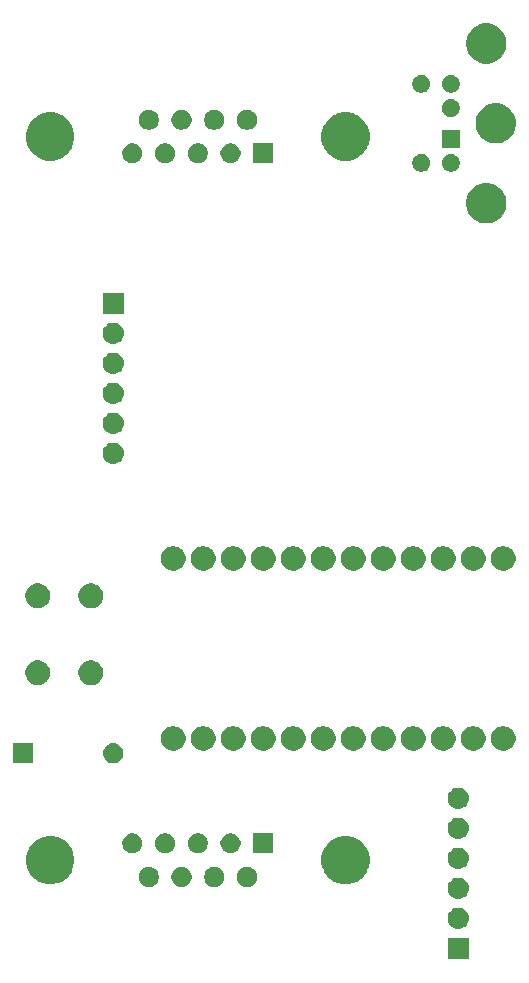
<source format=gbs>
G04 #@! TF.GenerationSoftware,KiCad,Pcbnew,5.1.4*
G04 #@! TF.CreationDate,2019-11-11T19:51:54+01:00*
G04 #@! TF.ProjectId,PluggyReloaded,506c7567-6779-4526-956c-6f616465642e,rev?*
G04 #@! TF.SameCoordinates,Original*
G04 #@! TF.FileFunction,Soldermask,Bot*
G04 #@! TF.FilePolarity,Negative*
%FSLAX46Y46*%
G04 Gerber Fmt 4.6, Leading zero omitted, Abs format (unit mm)*
G04 Created by KiCad (PCBNEW 5.1.4) date 2019-11-11 19:51:54*
%MOMM*%
%LPD*%
G04 APERTURE LIST*
%ADD10C,0.100000*%
G04 APERTURE END LIST*
D10*
G36*
X207911000Y-139331000D02*
G01*
X206109000Y-139331000D01*
X206109000Y-137529000D01*
X207911000Y-137529000D01*
X207911000Y-139331000D01*
X207911000Y-139331000D01*
G37*
G36*
X207120442Y-134995518D02*
G01*
X207186627Y-135002037D01*
X207356466Y-135053557D01*
X207512991Y-135137222D01*
X207548729Y-135166552D01*
X207650186Y-135249814D01*
X207733448Y-135351271D01*
X207762778Y-135387009D01*
X207846443Y-135543534D01*
X207897963Y-135713373D01*
X207915359Y-135890000D01*
X207897963Y-136066627D01*
X207846443Y-136236466D01*
X207762778Y-136392991D01*
X207733448Y-136428729D01*
X207650186Y-136530186D01*
X207548729Y-136613448D01*
X207512991Y-136642778D01*
X207356466Y-136726443D01*
X207186627Y-136777963D01*
X207120442Y-136784482D01*
X207054260Y-136791000D01*
X206965740Y-136791000D01*
X206899558Y-136784482D01*
X206833373Y-136777963D01*
X206663534Y-136726443D01*
X206507009Y-136642778D01*
X206471271Y-136613448D01*
X206369814Y-136530186D01*
X206286552Y-136428729D01*
X206257222Y-136392991D01*
X206173557Y-136236466D01*
X206122037Y-136066627D01*
X206104641Y-135890000D01*
X206122037Y-135713373D01*
X206173557Y-135543534D01*
X206257222Y-135387009D01*
X206286552Y-135351271D01*
X206369814Y-135249814D01*
X206471271Y-135166552D01*
X206507009Y-135137222D01*
X206663534Y-135053557D01*
X206833373Y-135002037D01*
X206899558Y-134995518D01*
X206965740Y-134989000D01*
X207054260Y-134989000D01*
X207120442Y-134995518D01*
X207120442Y-134995518D01*
G37*
G36*
X207120442Y-132455518D02*
G01*
X207186627Y-132462037D01*
X207356466Y-132513557D01*
X207512991Y-132597222D01*
X207548729Y-132626552D01*
X207650186Y-132709814D01*
X207710329Y-132783100D01*
X207762778Y-132847009D01*
X207846443Y-133003534D01*
X207897963Y-133173373D01*
X207915359Y-133350000D01*
X207897963Y-133526627D01*
X207846443Y-133696466D01*
X207762778Y-133852991D01*
X207733448Y-133888729D01*
X207650186Y-133990186D01*
X207548729Y-134073448D01*
X207512991Y-134102778D01*
X207356466Y-134186443D01*
X207186627Y-134237963D01*
X207120443Y-134244481D01*
X207054260Y-134251000D01*
X206965740Y-134251000D01*
X206899557Y-134244481D01*
X206833373Y-134237963D01*
X206663534Y-134186443D01*
X206507009Y-134102778D01*
X206471271Y-134073448D01*
X206369814Y-133990186D01*
X206286552Y-133888729D01*
X206257222Y-133852991D01*
X206173557Y-133696466D01*
X206122037Y-133526627D01*
X206104641Y-133350000D01*
X206122037Y-133173373D01*
X206173557Y-133003534D01*
X206257222Y-132847009D01*
X206309671Y-132783100D01*
X206369814Y-132709814D01*
X206471271Y-132626552D01*
X206507009Y-132597222D01*
X206663534Y-132513557D01*
X206833373Y-132462037D01*
X206899558Y-132455518D01*
X206965740Y-132449000D01*
X207054260Y-132449000D01*
X207120442Y-132455518D01*
X207120442Y-132455518D01*
G37*
G36*
X189363228Y-131561703D02*
G01*
X189518100Y-131625853D01*
X189657481Y-131718985D01*
X189776015Y-131837519D01*
X189869147Y-131976900D01*
X189933297Y-132131772D01*
X189966000Y-132296184D01*
X189966000Y-132463816D01*
X189933297Y-132628228D01*
X189869147Y-132783100D01*
X189776015Y-132922481D01*
X189657481Y-133041015D01*
X189518100Y-133134147D01*
X189363228Y-133198297D01*
X189198816Y-133231000D01*
X189031184Y-133231000D01*
X188866772Y-133198297D01*
X188711900Y-133134147D01*
X188572519Y-133041015D01*
X188453985Y-132922481D01*
X188360853Y-132783100D01*
X188296703Y-132628228D01*
X188264000Y-132463816D01*
X188264000Y-132296184D01*
X188296703Y-132131772D01*
X188360853Y-131976900D01*
X188453985Y-131837519D01*
X188572519Y-131718985D01*
X188711900Y-131625853D01*
X188866772Y-131561703D01*
X189031184Y-131529000D01*
X189198816Y-131529000D01*
X189363228Y-131561703D01*
X189363228Y-131561703D01*
G37*
G36*
X186593228Y-131561703D02*
G01*
X186748100Y-131625853D01*
X186887481Y-131718985D01*
X187006015Y-131837519D01*
X187099147Y-131976900D01*
X187163297Y-132131772D01*
X187196000Y-132296184D01*
X187196000Y-132463816D01*
X187163297Y-132628228D01*
X187099147Y-132783100D01*
X187006015Y-132922481D01*
X186887481Y-133041015D01*
X186748100Y-133134147D01*
X186593228Y-133198297D01*
X186428816Y-133231000D01*
X186261184Y-133231000D01*
X186096772Y-133198297D01*
X185941900Y-133134147D01*
X185802519Y-133041015D01*
X185683985Y-132922481D01*
X185590853Y-132783100D01*
X185526703Y-132628228D01*
X185494000Y-132463816D01*
X185494000Y-132296184D01*
X185526703Y-132131772D01*
X185590853Y-131976900D01*
X185683985Y-131837519D01*
X185802519Y-131718985D01*
X185941900Y-131625853D01*
X186096772Y-131561703D01*
X186261184Y-131529000D01*
X186428816Y-131529000D01*
X186593228Y-131561703D01*
X186593228Y-131561703D01*
G37*
G36*
X183823228Y-131561703D02*
G01*
X183978100Y-131625853D01*
X184117481Y-131718985D01*
X184236015Y-131837519D01*
X184329147Y-131976900D01*
X184393297Y-132131772D01*
X184426000Y-132296184D01*
X184426000Y-132463816D01*
X184393297Y-132628228D01*
X184329147Y-132783100D01*
X184236015Y-132922481D01*
X184117481Y-133041015D01*
X183978100Y-133134147D01*
X183823228Y-133198297D01*
X183658816Y-133231000D01*
X183491184Y-133231000D01*
X183326772Y-133198297D01*
X183171900Y-133134147D01*
X183032519Y-133041015D01*
X182913985Y-132922481D01*
X182820853Y-132783100D01*
X182756703Y-132628228D01*
X182724000Y-132463816D01*
X182724000Y-132296184D01*
X182756703Y-132131772D01*
X182820853Y-131976900D01*
X182913985Y-131837519D01*
X183032519Y-131718985D01*
X183171900Y-131625853D01*
X183326772Y-131561703D01*
X183491184Y-131529000D01*
X183658816Y-131529000D01*
X183823228Y-131561703D01*
X183823228Y-131561703D01*
G37*
G36*
X181053228Y-131561703D02*
G01*
X181208100Y-131625853D01*
X181347481Y-131718985D01*
X181466015Y-131837519D01*
X181559147Y-131976900D01*
X181623297Y-132131772D01*
X181656000Y-132296184D01*
X181656000Y-132463816D01*
X181623297Y-132628228D01*
X181559147Y-132783100D01*
X181466015Y-132922481D01*
X181347481Y-133041015D01*
X181208100Y-133134147D01*
X181053228Y-133198297D01*
X180888816Y-133231000D01*
X180721184Y-133231000D01*
X180556772Y-133198297D01*
X180401900Y-133134147D01*
X180262519Y-133041015D01*
X180143985Y-132922481D01*
X180050853Y-132783100D01*
X179986703Y-132628228D01*
X179954000Y-132463816D01*
X179954000Y-132296184D01*
X179986703Y-132131772D01*
X180050853Y-131976900D01*
X180143985Y-131837519D01*
X180262519Y-131718985D01*
X180401900Y-131625853D01*
X180556772Y-131561703D01*
X180721184Y-131529000D01*
X180888816Y-131529000D01*
X181053228Y-131561703D01*
X181053228Y-131561703D01*
G37*
G36*
X198058254Y-128987818D02*
G01*
X198344640Y-129106443D01*
X198431513Y-129142427D01*
X198767436Y-129366884D01*
X199053116Y-129652564D01*
X199267598Y-129973558D01*
X199277574Y-129988489D01*
X199432182Y-130361746D01*
X199511000Y-130757993D01*
X199511000Y-131162007D01*
X199432182Y-131558254D01*
X199316506Y-131837520D01*
X199277573Y-131931513D01*
X199053116Y-132267436D01*
X198767436Y-132553116D01*
X198431513Y-132777573D01*
X198431512Y-132777574D01*
X198431511Y-132777574D01*
X198058254Y-132932182D01*
X197662007Y-133011000D01*
X197257993Y-133011000D01*
X196861746Y-132932182D01*
X196488489Y-132777574D01*
X196488488Y-132777574D01*
X196488487Y-132777573D01*
X196152564Y-132553116D01*
X195866884Y-132267436D01*
X195642427Y-131931513D01*
X195603494Y-131837520D01*
X195487818Y-131558254D01*
X195409000Y-131162007D01*
X195409000Y-130757993D01*
X195487818Y-130361746D01*
X195642426Y-129988489D01*
X195652403Y-129973558D01*
X195866884Y-129652564D01*
X196152564Y-129366884D01*
X196488487Y-129142427D01*
X196575360Y-129106443D01*
X196861746Y-128987818D01*
X197257993Y-128909000D01*
X197662007Y-128909000D01*
X198058254Y-128987818D01*
X198058254Y-128987818D01*
G37*
G36*
X173058254Y-128987818D02*
G01*
X173344640Y-129106443D01*
X173431513Y-129142427D01*
X173767436Y-129366884D01*
X174053116Y-129652564D01*
X174267598Y-129973558D01*
X174277574Y-129988489D01*
X174432182Y-130361746D01*
X174511000Y-130757993D01*
X174511000Y-131162007D01*
X174432182Y-131558254D01*
X174316506Y-131837520D01*
X174277573Y-131931513D01*
X174053116Y-132267436D01*
X173767436Y-132553116D01*
X173431513Y-132777573D01*
X173431512Y-132777574D01*
X173431511Y-132777574D01*
X173058254Y-132932182D01*
X172662007Y-133011000D01*
X172257993Y-133011000D01*
X171861746Y-132932182D01*
X171488489Y-132777574D01*
X171488488Y-132777574D01*
X171488487Y-132777573D01*
X171152564Y-132553116D01*
X170866884Y-132267436D01*
X170642427Y-131931513D01*
X170603494Y-131837520D01*
X170487818Y-131558254D01*
X170409000Y-131162007D01*
X170409000Y-130757993D01*
X170487818Y-130361746D01*
X170642426Y-129988489D01*
X170652403Y-129973558D01*
X170866884Y-129652564D01*
X171152564Y-129366884D01*
X171488487Y-129142427D01*
X171575360Y-129106443D01*
X171861746Y-128987818D01*
X172257993Y-128909000D01*
X172662007Y-128909000D01*
X173058254Y-128987818D01*
X173058254Y-128987818D01*
G37*
G36*
X207120442Y-129915518D02*
G01*
X207186627Y-129922037D01*
X207356466Y-129973557D01*
X207512991Y-130057222D01*
X207543768Y-130082480D01*
X207650186Y-130169814D01*
X207733448Y-130271271D01*
X207762778Y-130307009D01*
X207846443Y-130463534D01*
X207897963Y-130633373D01*
X207915359Y-130810000D01*
X207897963Y-130986627D01*
X207846443Y-131156466D01*
X207762778Y-131312991D01*
X207733448Y-131348729D01*
X207650186Y-131450186D01*
X207554149Y-131529000D01*
X207512991Y-131562778D01*
X207356466Y-131646443D01*
X207186627Y-131697963D01*
X207120443Y-131704481D01*
X207054260Y-131711000D01*
X206965740Y-131711000D01*
X206899557Y-131704481D01*
X206833373Y-131697963D01*
X206663534Y-131646443D01*
X206507009Y-131562778D01*
X206465851Y-131529000D01*
X206369814Y-131450186D01*
X206286552Y-131348729D01*
X206257222Y-131312991D01*
X206173557Y-131156466D01*
X206122037Y-130986627D01*
X206104641Y-130810000D01*
X206122037Y-130633373D01*
X206173557Y-130463534D01*
X206257222Y-130307009D01*
X206286552Y-130271271D01*
X206369814Y-130169814D01*
X206476232Y-130082480D01*
X206507009Y-130057222D01*
X206663534Y-129973557D01*
X206833373Y-129922037D01*
X206899558Y-129915518D01*
X206965740Y-129909000D01*
X207054260Y-129909000D01*
X207120442Y-129915518D01*
X207120442Y-129915518D01*
G37*
G36*
X191351000Y-130391000D02*
G01*
X189649000Y-130391000D01*
X189649000Y-128689000D01*
X191351000Y-128689000D01*
X191351000Y-130391000D01*
X191351000Y-130391000D01*
G37*
G36*
X185208228Y-128721703D02*
G01*
X185363100Y-128785853D01*
X185502481Y-128878985D01*
X185621015Y-128997519D01*
X185714147Y-129136900D01*
X185778297Y-129291772D01*
X185811000Y-129456184D01*
X185811000Y-129623816D01*
X185778297Y-129788228D01*
X185714147Y-129943100D01*
X185621015Y-130082481D01*
X185502481Y-130201015D01*
X185363100Y-130294147D01*
X185208228Y-130358297D01*
X185043816Y-130391000D01*
X184876184Y-130391000D01*
X184711772Y-130358297D01*
X184556900Y-130294147D01*
X184417519Y-130201015D01*
X184298985Y-130082481D01*
X184205853Y-129943100D01*
X184141703Y-129788228D01*
X184109000Y-129623816D01*
X184109000Y-129456184D01*
X184141703Y-129291772D01*
X184205853Y-129136900D01*
X184298985Y-128997519D01*
X184417519Y-128878985D01*
X184556900Y-128785853D01*
X184711772Y-128721703D01*
X184876184Y-128689000D01*
X185043816Y-128689000D01*
X185208228Y-128721703D01*
X185208228Y-128721703D01*
G37*
G36*
X187978228Y-128721703D02*
G01*
X188133100Y-128785853D01*
X188272481Y-128878985D01*
X188391015Y-128997519D01*
X188484147Y-129136900D01*
X188548297Y-129291772D01*
X188581000Y-129456184D01*
X188581000Y-129623816D01*
X188548297Y-129788228D01*
X188484147Y-129943100D01*
X188391015Y-130082481D01*
X188272481Y-130201015D01*
X188133100Y-130294147D01*
X187978228Y-130358297D01*
X187813816Y-130391000D01*
X187646184Y-130391000D01*
X187481772Y-130358297D01*
X187326900Y-130294147D01*
X187187519Y-130201015D01*
X187068985Y-130082481D01*
X186975853Y-129943100D01*
X186911703Y-129788228D01*
X186879000Y-129623816D01*
X186879000Y-129456184D01*
X186911703Y-129291772D01*
X186975853Y-129136900D01*
X187068985Y-128997519D01*
X187187519Y-128878985D01*
X187326900Y-128785853D01*
X187481772Y-128721703D01*
X187646184Y-128689000D01*
X187813816Y-128689000D01*
X187978228Y-128721703D01*
X187978228Y-128721703D01*
G37*
G36*
X182438228Y-128721703D02*
G01*
X182593100Y-128785853D01*
X182732481Y-128878985D01*
X182851015Y-128997519D01*
X182944147Y-129136900D01*
X183008297Y-129291772D01*
X183041000Y-129456184D01*
X183041000Y-129623816D01*
X183008297Y-129788228D01*
X182944147Y-129943100D01*
X182851015Y-130082481D01*
X182732481Y-130201015D01*
X182593100Y-130294147D01*
X182438228Y-130358297D01*
X182273816Y-130391000D01*
X182106184Y-130391000D01*
X181941772Y-130358297D01*
X181786900Y-130294147D01*
X181647519Y-130201015D01*
X181528985Y-130082481D01*
X181435853Y-129943100D01*
X181371703Y-129788228D01*
X181339000Y-129623816D01*
X181339000Y-129456184D01*
X181371703Y-129291772D01*
X181435853Y-129136900D01*
X181528985Y-128997519D01*
X181647519Y-128878985D01*
X181786900Y-128785853D01*
X181941772Y-128721703D01*
X182106184Y-128689000D01*
X182273816Y-128689000D01*
X182438228Y-128721703D01*
X182438228Y-128721703D01*
G37*
G36*
X179668228Y-128721703D02*
G01*
X179823100Y-128785853D01*
X179962481Y-128878985D01*
X180081015Y-128997519D01*
X180174147Y-129136900D01*
X180238297Y-129291772D01*
X180271000Y-129456184D01*
X180271000Y-129623816D01*
X180238297Y-129788228D01*
X180174147Y-129943100D01*
X180081015Y-130082481D01*
X179962481Y-130201015D01*
X179823100Y-130294147D01*
X179668228Y-130358297D01*
X179503816Y-130391000D01*
X179336184Y-130391000D01*
X179171772Y-130358297D01*
X179016900Y-130294147D01*
X178877519Y-130201015D01*
X178758985Y-130082481D01*
X178665853Y-129943100D01*
X178601703Y-129788228D01*
X178569000Y-129623816D01*
X178569000Y-129456184D01*
X178601703Y-129291772D01*
X178665853Y-129136900D01*
X178758985Y-128997519D01*
X178877519Y-128878985D01*
X179016900Y-128785853D01*
X179171772Y-128721703D01*
X179336184Y-128689000D01*
X179503816Y-128689000D01*
X179668228Y-128721703D01*
X179668228Y-128721703D01*
G37*
G36*
X207120442Y-127375518D02*
G01*
X207186627Y-127382037D01*
X207356466Y-127433557D01*
X207512991Y-127517222D01*
X207548729Y-127546552D01*
X207650186Y-127629814D01*
X207733448Y-127731271D01*
X207762778Y-127767009D01*
X207846443Y-127923534D01*
X207897963Y-128093373D01*
X207915359Y-128270000D01*
X207897963Y-128446627D01*
X207846443Y-128616466D01*
X207762778Y-128772991D01*
X207752223Y-128785852D01*
X207650186Y-128910186D01*
X207548729Y-128993448D01*
X207512991Y-129022778D01*
X207356466Y-129106443D01*
X207186627Y-129157963D01*
X207120442Y-129164482D01*
X207054260Y-129171000D01*
X206965740Y-129171000D01*
X206899558Y-129164482D01*
X206833373Y-129157963D01*
X206663534Y-129106443D01*
X206507009Y-129022778D01*
X206471271Y-128993448D01*
X206369814Y-128910186D01*
X206267777Y-128785852D01*
X206257222Y-128772991D01*
X206173557Y-128616466D01*
X206122037Y-128446627D01*
X206104641Y-128270000D01*
X206122037Y-128093373D01*
X206173557Y-127923534D01*
X206257222Y-127767009D01*
X206286552Y-127731271D01*
X206369814Y-127629814D01*
X206471271Y-127546552D01*
X206507009Y-127517222D01*
X206663534Y-127433557D01*
X206833373Y-127382037D01*
X206899558Y-127375518D01*
X206965740Y-127369000D01*
X207054260Y-127369000D01*
X207120442Y-127375518D01*
X207120442Y-127375518D01*
G37*
G36*
X207120443Y-124835519D02*
G01*
X207186627Y-124842037D01*
X207356466Y-124893557D01*
X207512991Y-124977222D01*
X207548729Y-125006552D01*
X207650186Y-125089814D01*
X207733448Y-125191271D01*
X207762778Y-125227009D01*
X207846443Y-125383534D01*
X207897963Y-125553373D01*
X207915359Y-125730000D01*
X207897963Y-125906627D01*
X207846443Y-126076466D01*
X207762778Y-126232991D01*
X207733448Y-126268729D01*
X207650186Y-126370186D01*
X207548729Y-126453448D01*
X207512991Y-126482778D01*
X207356466Y-126566443D01*
X207186627Y-126617963D01*
X207120442Y-126624482D01*
X207054260Y-126631000D01*
X206965740Y-126631000D01*
X206899558Y-126624482D01*
X206833373Y-126617963D01*
X206663534Y-126566443D01*
X206507009Y-126482778D01*
X206471271Y-126453448D01*
X206369814Y-126370186D01*
X206286552Y-126268729D01*
X206257222Y-126232991D01*
X206173557Y-126076466D01*
X206122037Y-125906627D01*
X206104641Y-125730000D01*
X206122037Y-125553373D01*
X206173557Y-125383534D01*
X206257222Y-125227009D01*
X206286552Y-125191271D01*
X206369814Y-125089814D01*
X206471271Y-125006552D01*
X206507009Y-124977222D01*
X206663534Y-124893557D01*
X206833373Y-124842037D01*
X206899557Y-124835519D01*
X206965740Y-124829000D01*
X207054260Y-124829000D01*
X207120443Y-124835519D01*
X207120443Y-124835519D01*
G37*
G36*
X177966823Y-121081313D02*
G01*
X178127242Y-121129976D01*
X178259906Y-121200886D01*
X178275078Y-121208996D01*
X178404659Y-121315341D01*
X178511004Y-121444922D01*
X178511005Y-121444924D01*
X178590024Y-121592758D01*
X178638687Y-121753177D01*
X178655117Y-121920000D01*
X178638687Y-122086823D01*
X178590024Y-122247242D01*
X178519114Y-122379906D01*
X178511004Y-122395078D01*
X178404659Y-122524659D01*
X178275078Y-122631004D01*
X178275076Y-122631005D01*
X178127242Y-122710024D01*
X177966823Y-122758687D01*
X177841804Y-122771000D01*
X177758196Y-122771000D01*
X177633177Y-122758687D01*
X177472758Y-122710024D01*
X177324924Y-122631005D01*
X177324922Y-122631004D01*
X177195341Y-122524659D01*
X177088996Y-122395078D01*
X177080886Y-122379906D01*
X177009976Y-122247242D01*
X176961313Y-122086823D01*
X176944883Y-121920000D01*
X176961313Y-121753177D01*
X177009976Y-121592758D01*
X177088995Y-121444924D01*
X177088996Y-121444922D01*
X177195341Y-121315341D01*
X177324922Y-121208996D01*
X177340094Y-121200886D01*
X177472758Y-121129976D01*
X177633177Y-121081313D01*
X177758196Y-121069000D01*
X177841804Y-121069000D01*
X177966823Y-121081313D01*
X177966823Y-121081313D01*
G37*
G36*
X171031000Y-122771000D02*
G01*
X169329000Y-122771000D01*
X169329000Y-121069000D01*
X171031000Y-121069000D01*
X171031000Y-122771000D01*
X171031000Y-122771000D01*
G37*
G36*
X183183765Y-119648620D02*
G01*
X183373288Y-119727123D01*
X183543854Y-119841092D01*
X183688908Y-119986146D01*
X183688909Y-119986148D01*
X183802878Y-120156714D01*
X183881380Y-120346235D01*
X183921400Y-120547430D01*
X183921400Y-120752570D01*
X183881380Y-120953765D01*
X183808392Y-121129975D01*
X183802877Y-121143288D01*
X183688908Y-121313854D01*
X183543854Y-121458908D01*
X183373288Y-121572877D01*
X183373287Y-121572878D01*
X183373286Y-121572878D01*
X183183765Y-121651380D01*
X182982570Y-121691400D01*
X182777430Y-121691400D01*
X182576235Y-121651380D01*
X182386714Y-121572878D01*
X182386713Y-121572878D01*
X182386712Y-121572877D01*
X182216146Y-121458908D01*
X182071092Y-121313854D01*
X181957123Y-121143288D01*
X181951609Y-121129975D01*
X181878620Y-120953765D01*
X181838600Y-120752570D01*
X181838600Y-120547430D01*
X181878620Y-120346235D01*
X181957122Y-120156714D01*
X182071091Y-119986148D01*
X182071092Y-119986146D01*
X182216146Y-119841092D01*
X182386712Y-119727123D01*
X182576235Y-119648620D01*
X182777430Y-119608600D01*
X182982570Y-119608600D01*
X183183765Y-119648620D01*
X183183765Y-119648620D01*
G37*
G36*
X211123765Y-119648620D02*
G01*
X211313288Y-119727123D01*
X211483854Y-119841092D01*
X211628908Y-119986146D01*
X211628909Y-119986148D01*
X211742878Y-120156714D01*
X211821380Y-120346235D01*
X211861400Y-120547430D01*
X211861400Y-120752570D01*
X211821380Y-120953765D01*
X211748392Y-121129975D01*
X211742877Y-121143288D01*
X211628908Y-121313854D01*
X211483854Y-121458908D01*
X211313288Y-121572877D01*
X211313287Y-121572878D01*
X211313286Y-121572878D01*
X211123765Y-121651380D01*
X210922570Y-121691400D01*
X210717430Y-121691400D01*
X210516235Y-121651380D01*
X210326714Y-121572878D01*
X210326713Y-121572878D01*
X210326712Y-121572877D01*
X210156146Y-121458908D01*
X210011092Y-121313854D01*
X209897123Y-121143288D01*
X209891609Y-121129975D01*
X209818620Y-120953765D01*
X209778600Y-120752570D01*
X209778600Y-120547430D01*
X209818620Y-120346235D01*
X209897122Y-120156714D01*
X210011091Y-119986148D01*
X210011092Y-119986146D01*
X210156146Y-119841092D01*
X210326712Y-119727123D01*
X210516235Y-119648620D01*
X210717430Y-119608600D01*
X210922570Y-119608600D01*
X211123765Y-119648620D01*
X211123765Y-119648620D01*
G37*
G36*
X208583765Y-119648620D02*
G01*
X208773288Y-119727123D01*
X208943854Y-119841092D01*
X209088908Y-119986146D01*
X209088909Y-119986148D01*
X209202878Y-120156714D01*
X209281380Y-120346235D01*
X209321400Y-120547430D01*
X209321400Y-120752570D01*
X209281380Y-120953765D01*
X209208392Y-121129975D01*
X209202877Y-121143288D01*
X209088908Y-121313854D01*
X208943854Y-121458908D01*
X208773288Y-121572877D01*
X208773287Y-121572878D01*
X208773286Y-121572878D01*
X208583765Y-121651380D01*
X208382570Y-121691400D01*
X208177430Y-121691400D01*
X207976235Y-121651380D01*
X207786714Y-121572878D01*
X207786713Y-121572878D01*
X207786712Y-121572877D01*
X207616146Y-121458908D01*
X207471092Y-121313854D01*
X207357123Y-121143288D01*
X207351609Y-121129975D01*
X207278620Y-120953765D01*
X207238600Y-120752570D01*
X207238600Y-120547430D01*
X207278620Y-120346235D01*
X207357122Y-120156714D01*
X207471091Y-119986148D01*
X207471092Y-119986146D01*
X207616146Y-119841092D01*
X207786712Y-119727123D01*
X207976235Y-119648620D01*
X208177430Y-119608600D01*
X208382570Y-119608600D01*
X208583765Y-119648620D01*
X208583765Y-119648620D01*
G37*
G36*
X206043765Y-119648620D02*
G01*
X206233288Y-119727123D01*
X206403854Y-119841092D01*
X206548908Y-119986146D01*
X206548909Y-119986148D01*
X206662878Y-120156714D01*
X206741380Y-120346235D01*
X206781400Y-120547430D01*
X206781400Y-120752570D01*
X206741380Y-120953765D01*
X206668392Y-121129975D01*
X206662877Y-121143288D01*
X206548908Y-121313854D01*
X206403854Y-121458908D01*
X206233288Y-121572877D01*
X206233287Y-121572878D01*
X206233286Y-121572878D01*
X206043765Y-121651380D01*
X205842570Y-121691400D01*
X205637430Y-121691400D01*
X205436235Y-121651380D01*
X205246714Y-121572878D01*
X205246713Y-121572878D01*
X205246712Y-121572877D01*
X205076146Y-121458908D01*
X204931092Y-121313854D01*
X204817123Y-121143288D01*
X204811609Y-121129975D01*
X204738620Y-120953765D01*
X204698600Y-120752570D01*
X204698600Y-120547430D01*
X204738620Y-120346235D01*
X204817122Y-120156714D01*
X204931091Y-119986148D01*
X204931092Y-119986146D01*
X205076146Y-119841092D01*
X205246712Y-119727123D01*
X205436235Y-119648620D01*
X205637430Y-119608600D01*
X205842570Y-119608600D01*
X206043765Y-119648620D01*
X206043765Y-119648620D01*
G37*
G36*
X203503765Y-119648620D02*
G01*
X203693288Y-119727123D01*
X203863854Y-119841092D01*
X204008908Y-119986146D01*
X204008909Y-119986148D01*
X204122878Y-120156714D01*
X204201380Y-120346235D01*
X204241400Y-120547430D01*
X204241400Y-120752570D01*
X204201380Y-120953765D01*
X204128392Y-121129975D01*
X204122877Y-121143288D01*
X204008908Y-121313854D01*
X203863854Y-121458908D01*
X203693288Y-121572877D01*
X203693287Y-121572878D01*
X203693286Y-121572878D01*
X203503765Y-121651380D01*
X203302570Y-121691400D01*
X203097430Y-121691400D01*
X202896235Y-121651380D01*
X202706714Y-121572878D01*
X202706713Y-121572878D01*
X202706712Y-121572877D01*
X202536146Y-121458908D01*
X202391092Y-121313854D01*
X202277123Y-121143288D01*
X202271609Y-121129975D01*
X202198620Y-120953765D01*
X202158600Y-120752570D01*
X202158600Y-120547430D01*
X202198620Y-120346235D01*
X202277122Y-120156714D01*
X202391091Y-119986148D01*
X202391092Y-119986146D01*
X202536146Y-119841092D01*
X202706712Y-119727123D01*
X202896235Y-119648620D01*
X203097430Y-119608600D01*
X203302570Y-119608600D01*
X203503765Y-119648620D01*
X203503765Y-119648620D01*
G37*
G36*
X198423765Y-119648620D02*
G01*
X198613288Y-119727123D01*
X198783854Y-119841092D01*
X198928908Y-119986146D01*
X198928909Y-119986148D01*
X199042878Y-120156714D01*
X199121380Y-120346235D01*
X199161400Y-120547430D01*
X199161400Y-120752570D01*
X199121380Y-120953765D01*
X199048392Y-121129975D01*
X199042877Y-121143288D01*
X198928908Y-121313854D01*
X198783854Y-121458908D01*
X198613288Y-121572877D01*
X198613287Y-121572878D01*
X198613286Y-121572878D01*
X198423765Y-121651380D01*
X198222570Y-121691400D01*
X198017430Y-121691400D01*
X197816235Y-121651380D01*
X197626714Y-121572878D01*
X197626713Y-121572878D01*
X197626712Y-121572877D01*
X197456146Y-121458908D01*
X197311092Y-121313854D01*
X197197123Y-121143288D01*
X197191609Y-121129975D01*
X197118620Y-120953765D01*
X197078600Y-120752570D01*
X197078600Y-120547430D01*
X197118620Y-120346235D01*
X197197122Y-120156714D01*
X197311091Y-119986148D01*
X197311092Y-119986146D01*
X197456146Y-119841092D01*
X197626712Y-119727123D01*
X197816235Y-119648620D01*
X198017430Y-119608600D01*
X198222570Y-119608600D01*
X198423765Y-119648620D01*
X198423765Y-119648620D01*
G37*
G36*
X195883765Y-119648620D02*
G01*
X196073288Y-119727123D01*
X196243854Y-119841092D01*
X196388908Y-119986146D01*
X196388909Y-119986148D01*
X196502878Y-120156714D01*
X196581380Y-120346235D01*
X196621400Y-120547430D01*
X196621400Y-120752570D01*
X196581380Y-120953765D01*
X196508392Y-121129975D01*
X196502877Y-121143288D01*
X196388908Y-121313854D01*
X196243854Y-121458908D01*
X196073288Y-121572877D01*
X196073287Y-121572878D01*
X196073286Y-121572878D01*
X195883765Y-121651380D01*
X195682570Y-121691400D01*
X195477430Y-121691400D01*
X195276235Y-121651380D01*
X195086714Y-121572878D01*
X195086713Y-121572878D01*
X195086712Y-121572877D01*
X194916146Y-121458908D01*
X194771092Y-121313854D01*
X194657123Y-121143288D01*
X194651609Y-121129975D01*
X194578620Y-120953765D01*
X194538600Y-120752570D01*
X194538600Y-120547430D01*
X194578620Y-120346235D01*
X194657122Y-120156714D01*
X194771091Y-119986148D01*
X194771092Y-119986146D01*
X194916146Y-119841092D01*
X195086712Y-119727123D01*
X195276235Y-119648620D01*
X195477430Y-119608600D01*
X195682570Y-119608600D01*
X195883765Y-119648620D01*
X195883765Y-119648620D01*
G37*
G36*
X193343765Y-119648620D02*
G01*
X193533288Y-119727123D01*
X193703854Y-119841092D01*
X193848908Y-119986146D01*
X193848909Y-119986148D01*
X193962878Y-120156714D01*
X194041380Y-120346235D01*
X194081400Y-120547430D01*
X194081400Y-120752570D01*
X194041380Y-120953765D01*
X193968392Y-121129975D01*
X193962877Y-121143288D01*
X193848908Y-121313854D01*
X193703854Y-121458908D01*
X193533288Y-121572877D01*
X193533287Y-121572878D01*
X193533286Y-121572878D01*
X193343765Y-121651380D01*
X193142570Y-121691400D01*
X192937430Y-121691400D01*
X192736235Y-121651380D01*
X192546714Y-121572878D01*
X192546713Y-121572878D01*
X192546712Y-121572877D01*
X192376146Y-121458908D01*
X192231092Y-121313854D01*
X192117123Y-121143288D01*
X192111609Y-121129975D01*
X192038620Y-120953765D01*
X191998600Y-120752570D01*
X191998600Y-120547430D01*
X192038620Y-120346235D01*
X192117122Y-120156714D01*
X192231091Y-119986148D01*
X192231092Y-119986146D01*
X192376146Y-119841092D01*
X192546712Y-119727123D01*
X192736235Y-119648620D01*
X192937430Y-119608600D01*
X193142570Y-119608600D01*
X193343765Y-119648620D01*
X193343765Y-119648620D01*
G37*
G36*
X190803765Y-119648620D02*
G01*
X190993288Y-119727123D01*
X191163854Y-119841092D01*
X191308908Y-119986146D01*
X191308909Y-119986148D01*
X191422878Y-120156714D01*
X191501380Y-120346235D01*
X191541400Y-120547430D01*
X191541400Y-120752570D01*
X191501380Y-120953765D01*
X191428392Y-121129975D01*
X191422877Y-121143288D01*
X191308908Y-121313854D01*
X191163854Y-121458908D01*
X190993288Y-121572877D01*
X190993287Y-121572878D01*
X190993286Y-121572878D01*
X190803765Y-121651380D01*
X190602570Y-121691400D01*
X190397430Y-121691400D01*
X190196235Y-121651380D01*
X190006714Y-121572878D01*
X190006713Y-121572878D01*
X190006712Y-121572877D01*
X189836146Y-121458908D01*
X189691092Y-121313854D01*
X189577123Y-121143288D01*
X189571609Y-121129975D01*
X189498620Y-120953765D01*
X189458600Y-120752570D01*
X189458600Y-120547430D01*
X189498620Y-120346235D01*
X189577122Y-120156714D01*
X189691091Y-119986148D01*
X189691092Y-119986146D01*
X189836146Y-119841092D01*
X190006712Y-119727123D01*
X190196235Y-119648620D01*
X190397430Y-119608600D01*
X190602570Y-119608600D01*
X190803765Y-119648620D01*
X190803765Y-119648620D01*
G37*
G36*
X188263765Y-119648620D02*
G01*
X188453288Y-119727123D01*
X188623854Y-119841092D01*
X188768908Y-119986146D01*
X188768909Y-119986148D01*
X188882878Y-120156714D01*
X188961380Y-120346235D01*
X189001400Y-120547430D01*
X189001400Y-120752570D01*
X188961380Y-120953765D01*
X188888392Y-121129975D01*
X188882877Y-121143288D01*
X188768908Y-121313854D01*
X188623854Y-121458908D01*
X188453288Y-121572877D01*
X188453287Y-121572878D01*
X188453286Y-121572878D01*
X188263765Y-121651380D01*
X188062570Y-121691400D01*
X187857430Y-121691400D01*
X187656235Y-121651380D01*
X187466714Y-121572878D01*
X187466713Y-121572878D01*
X187466712Y-121572877D01*
X187296146Y-121458908D01*
X187151092Y-121313854D01*
X187037123Y-121143288D01*
X187031609Y-121129975D01*
X186958620Y-120953765D01*
X186918600Y-120752570D01*
X186918600Y-120547430D01*
X186958620Y-120346235D01*
X187037122Y-120156714D01*
X187151091Y-119986148D01*
X187151092Y-119986146D01*
X187296146Y-119841092D01*
X187466712Y-119727123D01*
X187656235Y-119648620D01*
X187857430Y-119608600D01*
X188062570Y-119608600D01*
X188263765Y-119648620D01*
X188263765Y-119648620D01*
G37*
G36*
X185723765Y-119648620D02*
G01*
X185913288Y-119727123D01*
X186083854Y-119841092D01*
X186228908Y-119986146D01*
X186228909Y-119986148D01*
X186342878Y-120156714D01*
X186421380Y-120346235D01*
X186461400Y-120547430D01*
X186461400Y-120752570D01*
X186421380Y-120953765D01*
X186348392Y-121129975D01*
X186342877Y-121143288D01*
X186228908Y-121313854D01*
X186083854Y-121458908D01*
X185913288Y-121572877D01*
X185913287Y-121572878D01*
X185913286Y-121572878D01*
X185723765Y-121651380D01*
X185522570Y-121691400D01*
X185317430Y-121691400D01*
X185116235Y-121651380D01*
X184926714Y-121572878D01*
X184926713Y-121572878D01*
X184926712Y-121572877D01*
X184756146Y-121458908D01*
X184611092Y-121313854D01*
X184497123Y-121143288D01*
X184491609Y-121129975D01*
X184418620Y-120953765D01*
X184378600Y-120752570D01*
X184378600Y-120547430D01*
X184418620Y-120346235D01*
X184497122Y-120156714D01*
X184611091Y-119986148D01*
X184611092Y-119986146D01*
X184756146Y-119841092D01*
X184926712Y-119727123D01*
X185116235Y-119648620D01*
X185317430Y-119608600D01*
X185522570Y-119608600D01*
X185723765Y-119648620D01*
X185723765Y-119648620D01*
G37*
G36*
X200963765Y-119648620D02*
G01*
X201153288Y-119727123D01*
X201323854Y-119841092D01*
X201468908Y-119986146D01*
X201468909Y-119986148D01*
X201582878Y-120156714D01*
X201661380Y-120346235D01*
X201701400Y-120547430D01*
X201701400Y-120752570D01*
X201661380Y-120953765D01*
X201588392Y-121129975D01*
X201582877Y-121143288D01*
X201468908Y-121313854D01*
X201323854Y-121458908D01*
X201153288Y-121572877D01*
X201153287Y-121572878D01*
X201153286Y-121572878D01*
X200963765Y-121651380D01*
X200762570Y-121691400D01*
X200557430Y-121691400D01*
X200356235Y-121651380D01*
X200166714Y-121572878D01*
X200166713Y-121572878D01*
X200166712Y-121572877D01*
X199996146Y-121458908D01*
X199851092Y-121313854D01*
X199737123Y-121143288D01*
X199731609Y-121129975D01*
X199658620Y-120953765D01*
X199618600Y-120752570D01*
X199618600Y-120547430D01*
X199658620Y-120346235D01*
X199737122Y-120156714D01*
X199851091Y-119986148D01*
X199851092Y-119986146D01*
X199996146Y-119841092D01*
X200166712Y-119727123D01*
X200356235Y-119648620D01*
X200557430Y-119608600D01*
X200762570Y-119608600D01*
X200963765Y-119648620D01*
X200963765Y-119648620D01*
G37*
G36*
X176201564Y-114074389D02*
G01*
X176392833Y-114153615D01*
X176392835Y-114153616D01*
X176564973Y-114268635D01*
X176711365Y-114415027D01*
X176826385Y-114587167D01*
X176905611Y-114778436D01*
X176946000Y-114981484D01*
X176946000Y-115188516D01*
X176905611Y-115391564D01*
X176826385Y-115582833D01*
X176826384Y-115582835D01*
X176711365Y-115754973D01*
X176564973Y-115901365D01*
X176392835Y-116016384D01*
X176392834Y-116016385D01*
X176392833Y-116016385D01*
X176201564Y-116095611D01*
X175998516Y-116136000D01*
X175791484Y-116136000D01*
X175588436Y-116095611D01*
X175397167Y-116016385D01*
X175397166Y-116016385D01*
X175397165Y-116016384D01*
X175225027Y-115901365D01*
X175078635Y-115754973D01*
X174963616Y-115582835D01*
X174963615Y-115582833D01*
X174884389Y-115391564D01*
X174844000Y-115188516D01*
X174844000Y-114981484D01*
X174884389Y-114778436D01*
X174963615Y-114587167D01*
X175078635Y-114415027D01*
X175225027Y-114268635D01*
X175397165Y-114153616D01*
X175397167Y-114153615D01*
X175588436Y-114074389D01*
X175791484Y-114034000D01*
X175998516Y-114034000D01*
X176201564Y-114074389D01*
X176201564Y-114074389D01*
G37*
G36*
X171701564Y-114074389D02*
G01*
X171892833Y-114153615D01*
X171892835Y-114153616D01*
X172064973Y-114268635D01*
X172211365Y-114415027D01*
X172326385Y-114587167D01*
X172405611Y-114778436D01*
X172446000Y-114981484D01*
X172446000Y-115188516D01*
X172405611Y-115391564D01*
X172326385Y-115582833D01*
X172326384Y-115582835D01*
X172211365Y-115754973D01*
X172064973Y-115901365D01*
X171892835Y-116016384D01*
X171892834Y-116016385D01*
X171892833Y-116016385D01*
X171701564Y-116095611D01*
X171498516Y-116136000D01*
X171291484Y-116136000D01*
X171088436Y-116095611D01*
X170897167Y-116016385D01*
X170897166Y-116016385D01*
X170897165Y-116016384D01*
X170725027Y-115901365D01*
X170578635Y-115754973D01*
X170463616Y-115582835D01*
X170463615Y-115582833D01*
X170384389Y-115391564D01*
X170344000Y-115188516D01*
X170344000Y-114981484D01*
X170384389Y-114778436D01*
X170463615Y-114587167D01*
X170578635Y-114415027D01*
X170725027Y-114268635D01*
X170897165Y-114153616D01*
X170897167Y-114153615D01*
X171088436Y-114074389D01*
X171291484Y-114034000D01*
X171498516Y-114034000D01*
X171701564Y-114074389D01*
X171701564Y-114074389D01*
G37*
G36*
X171701564Y-107574389D02*
G01*
X171892833Y-107653615D01*
X171892835Y-107653616D01*
X172064973Y-107768635D01*
X172211365Y-107915027D01*
X172326385Y-108087167D01*
X172405611Y-108278436D01*
X172446000Y-108481484D01*
X172446000Y-108688516D01*
X172405611Y-108891564D01*
X172326385Y-109082833D01*
X172326384Y-109082835D01*
X172211365Y-109254973D01*
X172064973Y-109401365D01*
X171892835Y-109516384D01*
X171892834Y-109516385D01*
X171892833Y-109516385D01*
X171701564Y-109595611D01*
X171498516Y-109636000D01*
X171291484Y-109636000D01*
X171088436Y-109595611D01*
X170897167Y-109516385D01*
X170897166Y-109516385D01*
X170897165Y-109516384D01*
X170725027Y-109401365D01*
X170578635Y-109254973D01*
X170463616Y-109082835D01*
X170463615Y-109082833D01*
X170384389Y-108891564D01*
X170344000Y-108688516D01*
X170344000Y-108481484D01*
X170384389Y-108278436D01*
X170463615Y-108087167D01*
X170578635Y-107915027D01*
X170725027Y-107768635D01*
X170897165Y-107653616D01*
X170897167Y-107653615D01*
X171088436Y-107574389D01*
X171291484Y-107534000D01*
X171498516Y-107534000D01*
X171701564Y-107574389D01*
X171701564Y-107574389D01*
G37*
G36*
X176201564Y-107574389D02*
G01*
X176392833Y-107653615D01*
X176392835Y-107653616D01*
X176564973Y-107768635D01*
X176711365Y-107915027D01*
X176826385Y-108087167D01*
X176905611Y-108278436D01*
X176946000Y-108481484D01*
X176946000Y-108688516D01*
X176905611Y-108891564D01*
X176826385Y-109082833D01*
X176826384Y-109082835D01*
X176711365Y-109254973D01*
X176564973Y-109401365D01*
X176392835Y-109516384D01*
X176392834Y-109516385D01*
X176392833Y-109516385D01*
X176201564Y-109595611D01*
X175998516Y-109636000D01*
X175791484Y-109636000D01*
X175588436Y-109595611D01*
X175397167Y-109516385D01*
X175397166Y-109516385D01*
X175397165Y-109516384D01*
X175225027Y-109401365D01*
X175078635Y-109254973D01*
X174963616Y-109082835D01*
X174963615Y-109082833D01*
X174884389Y-108891564D01*
X174844000Y-108688516D01*
X174844000Y-108481484D01*
X174884389Y-108278436D01*
X174963615Y-108087167D01*
X175078635Y-107915027D01*
X175225027Y-107768635D01*
X175397165Y-107653616D01*
X175397167Y-107653615D01*
X175588436Y-107574389D01*
X175791484Y-107534000D01*
X175998516Y-107534000D01*
X176201564Y-107574389D01*
X176201564Y-107574389D01*
G37*
G36*
X211123765Y-104408620D02*
G01*
X211313288Y-104487123D01*
X211483854Y-104601092D01*
X211628908Y-104746146D01*
X211742877Y-104916712D01*
X211821380Y-105106235D01*
X211861400Y-105307431D01*
X211861400Y-105512569D01*
X211821380Y-105713765D01*
X211742877Y-105903288D01*
X211628908Y-106073854D01*
X211483854Y-106218908D01*
X211313288Y-106332877D01*
X211313287Y-106332878D01*
X211313286Y-106332878D01*
X211123765Y-106411380D01*
X210922570Y-106451400D01*
X210717430Y-106451400D01*
X210516235Y-106411380D01*
X210326714Y-106332878D01*
X210326713Y-106332878D01*
X210326712Y-106332877D01*
X210156146Y-106218908D01*
X210011092Y-106073854D01*
X209897123Y-105903288D01*
X209818620Y-105713765D01*
X209778600Y-105512569D01*
X209778600Y-105307431D01*
X209818620Y-105106235D01*
X209897123Y-104916712D01*
X210011092Y-104746146D01*
X210156146Y-104601092D01*
X210326712Y-104487123D01*
X210516235Y-104408620D01*
X210717430Y-104368600D01*
X210922570Y-104368600D01*
X211123765Y-104408620D01*
X211123765Y-104408620D01*
G37*
G36*
X183183765Y-104408620D02*
G01*
X183373288Y-104487123D01*
X183543854Y-104601092D01*
X183688908Y-104746146D01*
X183802877Y-104916712D01*
X183881380Y-105106235D01*
X183921400Y-105307431D01*
X183921400Y-105512569D01*
X183881380Y-105713765D01*
X183802877Y-105903288D01*
X183688908Y-106073854D01*
X183543854Y-106218908D01*
X183373288Y-106332877D01*
X183373287Y-106332878D01*
X183373286Y-106332878D01*
X183183765Y-106411380D01*
X182982570Y-106451400D01*
X182777430Y-106451400D01*
X182576235Y-106411380D01*
X182386714Y-106332878D01*
X182386713Y-106332878D01*
X182386712Y-106332877D01*
X182216146Y-106218908D01*
X182071092Y-106073854D01*
X181957123Y-105903288D01*
X181878620Y-105713765D01*
X181838600Y-105512569D01*
X181838600Y-105307431D01*
X181878620Y-105106235D01*
X181957123Y-104916712D01*
X182071092Y-104746146D01*
X182216146Y-104601092D01*
X182386712Y-104487123D01*
X182576235Y-104408620D01*
X182777430Y-104368600D01*
X182982570Y-104368600D01*
X183183765Y-104408620D01*
X183183765Y-104408620D01*
G37*
G36*
X185723765Y-104408620D02*
G01*
X185913288Y-104487123D01*
X186083854Y-104601092D01*
X186228908Y-104746146D01*
X186342877Y-104916712D01*
X186421380Y-105106235D01*
X186461400Y-105307431D01*
X186461400Y-105512569D01*
X186421380Y-105713765D01*
X186342877Y-105903288D01*
X186228908Y-106073854D01*
X186083854Y-106218908D01*
X185913288Y-106332877D01*
X185913287Y-106332878D01*
X185913286Y-106332878D01*
X185723765Y-106411380D01*
X185522570Y-106451400D01*
X185317430Y-106451400D01*
X185116235Y-106411380D01*
X184926714Y-106332878D01*
X184926713Y-106332878D01*
X184926712Y-106332877D01*
X184756146Y-106218908D01*
X184611092Y-106073854D01*
X184497123Y-105903288D01*
X184418620Y-105713765D01*
X184378600Y-105512569D01*
X184378600Y-105307431D01*
X184418620Y-105106235D01*
X184497123Y-104916712D01*
X184611092Y-104746146D01*
X184756146Y-104601092D01*
X184926712Y-104487123D01*
X185116235Y-104408620D01*
X185317430Y-104368600D01*
X185522570Y-104368600D01*
X185723765Y-104408620D01*
X185723765Y-104408620D01*
G37*
G36*
X188263765Y-104408620D02*
G01*
X188453288Y-104487123D01*
X188623854Y-104601092D01*
X188768908Y-104746146D01*
X188882877Y-104916712D01*
X188961380Y-105106235D01*
X189001400Y-105307431D01*
X189001400Y-105512569D01*
X188961380Y-105713765D01*
X188882877Y-105903288D01*
X188768908Y-106073854D01*
X188623854Y-106218908D01*
X188453288Y-106332877D01*
X188453287Y-106332878D01*
X188453286Y-106332878D01*
X188263765Y-106411380D01*
X188062570Y-106451400D01*
X187857430Y-106451400D01*
X187656235Y-106411380D01*
X187466714Y-106332878D01*
X187466713Y-106332878D01*
X187466712Y-106332877D01*
X187296146Y-106218908D01*
X187151092Y-106073854D01*
X187037123Y-105903288D01*
X186958620Y-105713765D01*
X186918600Y-105512569D01*
X186918600Y-105307431D01*
X186958620Y-105106235D01*
X187037123Y-104916712D01*
X187151092Y-104746146D01*
X187296146Y-104601092D01*
X187466712Y-104487123D01*
X187656235Y-104408620D01*
X187857430Y-104368600D01*
X188062570Y-104368600D01*
X188263765Y-104408620D01*
X188263765Y-104408620D01*
G37*
G36*
X190803765Y-104408620D02*
G01*
X190993288Y-104487123D01*
X191163854Y-104601092D01*
X191308908Y-104746146D01*
X191422877Y-104916712D01*
X191501380Y-105106235D01*
X191541400Y-105307431D01*
X191541400Y-105512569D01*
X191501380Y-105713765D01*
X191422877Y-105903288D01*
X191308908Y-106073854D01*
X191163854Y-106218908D01*
X190993288Y-106332877D01*
X190993287Y-106332878D01*
X190993286Y-106332878D01*
X190803765Y-106411380D01*
X190602570Y-106451400D01*
X190397430Y-106451400D01*
X190196235Y-106411380D01*
X190006714Y-106332878D01*
X190006713Y-106332878D01*
X190006712Y-106332877D01*
X189836146Y-106218908D01*
X189691092Y-106073854D01*
X189577123Y-105903288D01*
X189498620Y-105713765D01*
X189458600Y-105512569D01*
X189458600Y-105307431D01*
X189498620Y-105106235D01*
X189577123Y-104916712D01*
X189691092Y-104746146D01*
X189836146Y-104601092D01*
X190006712Y-104487123D01*
X190196235Y-104408620D01*
X190397430Y-104368600D01*
X190602570Y-104368600D01*
X190803765Y-104408620D01*
X190803765Y-104408620D01*
G37*
G36*
X193343765Y-104408620D02*
G01*
X193533288Y-104487123D01*
X193703854Y-104601092D01*
X193848908Y-104746146D01*
X193962877Y-104916712D01*
X194041380Y-105106235D01*
X194081400Y-105307431D01*
X194081400Y-105512569D01*
X194041380Y-105713765D01*
X193962877Y-105903288D01*
X193848908Y-106073854D01*
X193703854Y-106218908D01*
X193533288Y-106332877D01*
X193533287Y-106332878D01*
X193533286Y-106332878D01*
X193343765Y-106411380D01*
X193142570Y-106451400D01*
X192937430Y-106451400D01*
X192736235Y-106411380D01*
X192546714Y-106332878D01*
X192546713Y-106332878D01*
X192546712Y-106332877D01*
X192376146Y-106218908D01*
X192231092Y-106073854D01*
X192117123Y-105903288D01*
X192038620Y-105713765D01*
X191998600Y-105512569D01*
X191998600Y-105307431D01*
X192038620Y-105106235D01*
X192117123Y-104916712D01*
X192231092Y-104746146D01*
X192376146Y-104601092D01*
X192546712Y-104487123D01*
X192736235Y-104408620D01*
X192937430Y-104368600D01*
X193142570Y-104368600D01*
X193343765Y-104408620D01*
X193343765Y-104408620D01*
G37*
G36*
X200963765Y-104408620D02*
G01*
X201153288Y-104487123D01*
X201323854Y-104601092D01*
X201468908Y-104746146D01*
X201582877Y-104916712D01*
X201661380Y-105106235D01*
X201701400Y-105307431D01*
X201701400Y-105512569D01*
X201661380Y-105713765D01*
X201582877Y-105903288D01*
X201468908Y-106073854D01*
X201323854Y-106218908D01*
X201153288Y-106332877D01*
X201153287Y-106332878D01*
X201153286Y-106332878D01*
X200963765Y-106411380D01*
X200762570Y-106451400D01*
X200557430Y-106451400D01*
X200356235Y-106411380D01*
X200166714Y-106332878D01*
X200166713Y-106332878D01*
X200166712Y-106332877D01*
X199996146Y-106218908D01*
X199851092Y-106073854D01*
X199737123Y-105903288D01*
X199658620Y-105713765D01*
X199618600Y-105512569D01*
X199618600Y-105307431D01*
X199658620Y-105106235D01*
X199737123Y-104916712D01*
X199851092Y-104746146D01*
X199996146Y-104601092D01*
X200166712Y-104487123D01*
X200356235Y-104408620D01*
X200557430Y-104368600D01*
X200762570Y-104368600D01*
X200963765Y-104408620D01*
X200963765Y-104408620D01*
G37*
G36*
X203503765Y-104408620D02*
G01*
X203693288Y-104487123D01*
X203863854Y-104601092D01*
X204008908Y-104746146D01*
X204122877Y-104916712D01*
X204201380Y-105106235D01*
X204241400Y-105307431D01*
X204241400Y-105512569D01*
X204201380Y-105713765D01*
X204122877Y-105903288D01*
X204008908Y-106073854D01*
X203863854Y-106218908D01*
X203693288Y-106332877D01*
X203693287Y-106332878D01*
X203693286Y-106332878D01*
X203503765Y-106411380D01*
X203302570Y-106451400D01*
X203097430Y-106451400D01*
X202896235Y-106411380D01*
X202706714Y-106332878D01*
X202706713Y-106332878D01*
X202706712Y-106332877D01*
X202536146Y-106218908D01*
X202391092Y-106073854D01*
X202277123Y-105903288D01*
X202198620Y-105713765D01*
X202158600Y-105512569D01*
X202158600Y-105307431D01*
X202198620Y-105106235D01*
X202277123Y-104916712D01*
X202391092Y-104746146D01*
X202536146Y-104601092D01*
X202706712Y-104487123D01*
X202896235Y-104408620D01*
X203097430Y-104368600D01*
X203302570Y-104368600D01*
X203503765Y-104408620D01*
X203503765Y-104408620D01*
G37*
G36*
X206043765Y-104408620D02*
G01*
X206233288Y-104487123D01*
X206403854Y-104601092D01*
X206548908Y-104746146D01*
X206662877Y-104916712D01*
X206741380Y-105106235D01*
X206781400Y-105307431D01*
X206781400Y-105512569D01*
X206741380Y-105713765D01*
X206662877Y-105903288D01*
X206548908Y-106073854D01*
X206403854Y-106218908D01*
X206233288Y-106332877D01*
X206233287Y-106332878D01*
X206233286Y-106332878D01*
X206043765Y-106411380D01*
X205842570Y-106451400D01*
X205637430Y-106451400D01*
X205436235Y-106411380D01*
X205246714Y-106332878D01*
X205246713Y-106332878D01*
X205246712Y-106332877D01*
X205076146Y-106218908D01*
X204931092Y-106073854D01*
X204817123Y-105903288D01*
X204738620Y-105713765D01*
X204698600Y-105512569D01*
X204698600Y-105307431D01*
X204738620Y-105106235D01*
X204817123Y-104916712D01*
X204931092Y-104746146D01*
X205076146Y-104601092D01*
X205246712Y-104487123D01*
X205436235Y-104408620D01*
X205637430Y-104368600D01*
X205842570Y-104368600D01*
X206043765Y-104408620D01*
X206043765Y-104408620D01*
G37*
G36*
X208583765Y-104408620D02*
G01*
X208773288Y-104487123D01*
X208943854Y-104601092D01*
X209088908Y-104746146D01*
X209202877Y-104916712D01*
X209281380Y-105106235D01*
X209321400Y-105307431D01*
X209321400Y-105512569D01*
X209281380Y-105713765D01*
X209202877Y-105903288D01*
X209088908Y-106073854D01*
X208943854Y-106218908D01*
X208773288Y-106332877D01*
X208773287Y-106332878D01*
X208773286Y-106332878D01*
X208583765Y-106411380D01*
X208382570Y-106451400D01*
X208177430Y-106451400D01*
X207976235Y-106411380D01*
X207786714Y-106332878D01*
X207786713Y-106332878D01*
X207786712Y-106332877D01*
X207616146Y-106218908D01*
X207471092Y-106073854D01*
X207357123Y-105903288D01*
X207278620Y-105713765D01*
X207238600Y-105512569D01*
X207238600Y-105307431D01*
X207278620Y-105106235D01*
X207357123Y-104916712D01*
X207471092Y-104746146D01*
X207616146Y-104601092D01*
X207786712Y-104487123D01*
X207976235Y-104408620D01*
X208177430Y-104368600D01*
X208382570Y-104368600D01*
X208583765Y-104408620D01*
X208583765Y-104408620D01*
G37*
G36*
X198423765Y-104408620D02*
G01*
X198613288Y-104487123D01*
X198783854Y-104601092D01*
X198928908Y-104746146D01*
X199042877Y-104916712D01*
X199121380Y-105106235D01*
X199161400Y-105307431D01*
X199161400Y-105512569D01*
X199121380Y-105713765D01*
X199042877Y-105903288D01*
X198928908Y-106073854D01*
X198783854Y-106218908D01*
X198613288Y-106332877D01*
X198613287Y-106332878D01*
X198613286Y-106332878D01*
X198423765Y-106411380D01*
X198222570Y-106451400D01*
X198017430Y-106451400D01*
X197816235Y-106411380D01*
X197626714Y-106332878D01*
X197626713Y-106332878D01*
X197626712Y-106332877D01*
X197456146Y-106218908D01*
X197311092Y-106073854D01*
X197197123Y-105903288D01*
X197118620Y-105713765D01*
X197078600Y-105512569D01*
X197078600Y-105307431D01*
X197118620Y-105106235D01*
X197197123Y-104916712D01*
X197311092Y-104746146D01*
X197456146Y-104601092D01*
X197626712Y-104487123D01*
X197816235Y-104408620D01*
X198017430Y-104368600D01*
X198222570Y-104368600D01*
X198423765Y-104408620D01*
X198423765Y-104408620D01*
G37*
G36*
X195883765Y-104408620D02*
G01*
X196073288Y-104487123D01*
X196243854Y-104601092D01*
X196388908Y-104746146D01*
X196502877Y-104916712D01*
X196581380Y-105106235D01*
X196621400Y-105307431D01*
X196621400Y-105512569D01*
X196581380Y-105713765D01*
X196502877Y-105903288D01*
X196388908Y-106073854D01*
X196243854Y-106218908D01*
X196073288Y-106332877D01*
X196073287Y-106332878D01*
X196073286Y-106332878D01*
X195883765Y-106411380D01*
X195682570Y-106451400D01*
X195477430Y-106451400D01*
X195276235Y-106411380D01*
X195086714Y-106332878D01*
X195086713Y-106332878D01*
X195086712Y-106332877D01*
X194916146Y-106218908D01*
X194771092Y-106073854D01*
X194657123Y-105903288D01*
X194578620Y-105713765D01*
X194538600Y-105512569D01*
X194538600Y-105307431D01*
X194578620Y-105106235D01*
X194657123Y-104916712D01*
X194771092Y-104746146D01*
X194916146Y-104601092D01*
X195086712Y-104487123D01*
X195276235Y-104408620D01*
X195477430Y-104368600D01*
X195682570Y-104368600D01*
X195883765Y-104408620D01*
X195883765Y-104408620D01*
G37*
G36*
X177910442Y-95625518D02*
G01*
X177976627Y-95632037D01*
X178146466Y-95683557D01*
X178302991Y-95767222D01*
X178338729Y-95796552D01*
X178440186Y-95879814D01*
X178523448Y-95981271D01*
X178552778Y-96017009D01*
X178636443Y-96173534D01*
X178687963Y-96343373D01*
X178705359Y-96520000D01*
X178687963Y-96696627D01*
X178636443Y-96866466D01*
X178552778Y-97022991D01*
X178523448Y-97058729D01*
X178440186Y-97160186D01*
X178338729Y-97243448D01*
X178302991Y-97272778D01*
X178146466Y-97356443D01*
X177976627Y-97407963D01*
X177910442Y-97414482D01*
X177844260Y-97421000D01*
X177755740Y-97421000D01*
X177689558Y-97414482D01*
X177623373Y-97407963D01*
X177453534Y-97356443D01*
X177297009Y-97272778D01*
X177261271Y-97243448D01*
X177159814Y-97160186D01*
X177076552Y-97058729D01*
X177047222Y-97022991D01*
X176963557Y-96866466D01*
X176912037Y-96696627D01*
X176894641Y-96520000D01*
X176912037Y-96343373D01*
X176963557Y-96173534D01*
X177047222Y-96017009D01*
X177076552Y-95981271D01*
X177159814Y-95879814D01*
X177261271Y-95796552D01*
X177297009Y-95767222D01*
X177453534Y-95683557D01*
X177623373Y-95632037D01*
X177689558Y-95625518D01*
X177755740Y-95619000D01*
X177844260Y-95619000D01*
X177910442Y-95625518D01*
X177910442Y-95625518D01*
G37*
G36*
X177910443Y-93085519D02*
G01*
X177976627Y-93092037D01*
X178146466Y-93143557D01*
X178302991Y-93227222D01*
X178338729Y-93256552D01*
X178440186Y-93339814D01*
X178523448Y-93441271D01*
X178552778Y-93477009D01*
X178636443Y-93633534D01*
X178687963Y-93803373D01*
X178705359Y-93980000D01*
X178687963Y-94156627D01*
X178636443Y-94326466D01*
X178552778Y-94482991D01*
X178523448Y-94518729D01*
X178440186Y-94620186D01*
X178338729Y-94703448D01*
X178302991Y-94732778D01*
X178146466Y-94816443D01*
X177976627Y-94867963D01*
X177910443Y-94874481D01*
X177844260Y-94881000D01*
X177755740Y-94881000D01*
X177689557Y-94874481D01*
X177623373Y-94867963D01*
X177453534Y-94816443D01*
X177297009Y-94732778D01*
X177261271Y-94703448D01*
X177159814Y-94620186D01*
X177076552Y-94518729D01*
X177047222Y-94482991D01*
X176963557Y-94326466D01*
X176912037Y-94156627D01*
X176894641Y-93980000D01*
X176912037Y-93803373D01*
X176963557Y-93633534D01*
X177047222Y-93477009D01*
X177076552Y-93441271D01*
X177159814Y-93339814D01*
X177261271Y-93256552D01*
X177297009Y-93227222D01*
X177453534Y-93143557D01*
X177623373Y-93092037D01*
X177689557Y-93085519D01*
X177755740Y-93079000D01*
X177844260Y-93079000D01*
X177910443Y-93085519D01*
X177910443Y-93085519D01*
G37*
G36*
X177910443Y-90545519D02*
G01*
X177976627Y-90552037D01*
X178146466Y-90603557D01*
X178302991Y-90687222D01*
X178338729Y-90716552D01*
X178440186Y-90799814D01*
X178523448Y-90901271D01*
X178552778Y-90937009D01*
X178636443Y-91093534D01*
X178687963Y-91263373D01*
X178705359Y-91440000D01*
X178687963Y-91616627D01*
X178636443Y-91786466D01*
X178552778Y-91942991D01*
X178523448Y-91978729D01*
X178440186Y-92080186D01*
X178338729Y-92163448D01*
X178302991Y-92192778D01*
X178146466Y-92276443D01*
X177976627Y-92327963D01*
X177910443Y-92334481D01*
X177844260Y-92341000D01*
X177755740Y-92341000D01*
X177689557Y-92334481D01*
X177623373Y-92327963D01*
X177453534Y-92276443D01*
X177297009Y-92192778D01*
X177261271Y-92163448D01*
X177159814Y-92080186D01*
X177076552Y-91978729D01*
X177047222Y-91942991D01*
X176963557Y-91786466D01*
X176912037Y-91616627D01*
X176894641Y-91440000D01*
X176912037Y-91263373D01*
X176963557Y-91093534D01*
X177047222Y-90937009D01*
X177076552Y-90901271D01*
X177159814Y-90799814D01*
X177261271Y-90716552D01*
X177297009Y-90687222D01*
X177453534Y-90603557D01*
X177623373Y-90552037D01*
X177689558Y-90545518D01*
X177755740Y-90539000D01*
X177844260Y-90539000D01*
X177910443Y-90545519D01*
X177910443Y-90545519D01*
G37*
G36*
X177910443Y-88005519D02*
G01*
X177976627Y-88012037D01*
X178146466Y-88063557D01*
X178302991Y-88147222D01*
X178338729Y-88176552D01*
X178440186Y-88259814D01*
X178523448Y-88361271D01*
X178552778Y-88397009D01*
X178636443Y-88553534D01*
X178687963Y-88723373D01*
X178705359Y-88900000D01*
X178687963Y-89076627D01*
X178636443Y-89246466D01*
X178552778Y-89402991D01*
X178523448Y-89438729D01*
X178440186Y-89540186D01*
X178338729Y-89623448D01*
X178302991Y-89652778D01*
X178146466Y-89736443D01*
X177976627Y-89787963D01*
X177910443Y-89794481D01*
X177844260Y-89801000D01*
X177755740Y-89801000D01*
X177689557Y-89794481D01*
X177623373Y-89787963D01*
X177453534Y-89736443D01*
X177297009Y-89652778D01*
X177261271Y-89623448D01*
X177159814Y-89540186D01*
X177076552Y-89438729D01*
X177047222Y-89402991D01*
X176963557Y-89246466D01*
X176912037Y-89076627D01*
X176894641Y-88900000D01*
X176912037Y-88723373D01*
X176963557Y-88553534D01*
X177047222Y-88397009D01*
X177076552Y-88361271D01*
X177159814Y-88259814D01*
X177261271Y-88176552D01*
X177297009Y-88147222D01*
X177453534Y-88063557D01*
X177623373Y-88012037D01*
X177689557Y-88005519D01*
X177755740Y-87999000D01*
X177844260Y-87999000D01*
X177910443Y-88005519D01*
X177910443Y-88005519D01*
G37*
G36*
X177910442Y-85465518D02*
G01*
X177976627Y-85472037D01*
X178146466Y-85523557D01*
X178302991Y-85607222D01*
X178338729Y-85636552D01*
X178440186Y-85719814D01*
X178523448Y-85821271D01*
X178552778Y-85857009D01*
X178636443Y-86013534D01*
X178687963Y-86183373D01*
X178705359Y-86360000D01*
X178687963Y-86536627D01*
X178636443Y-86706466D01*
X178552778Y-86862991D01*
X178523448Y-86898729D01*
X178440186Y-87000186D01*
X178338729Y-87083448D01*
X178302991Y-87112778D01*
X178146466Y-87196443D01*
X177976627Y-87247963D01*
X177910442Y-87254482D01*
X177844260Y-87261000D01*
X177755740Y-87261000D01*
X177689558Y-87254482D01*
X177623373Y-87247963D01*
X177453534Y-87196443D01*
X177297009Y-87112778D01*
X177261271Y-87083448D01*
X177159814Y-87000186D01*
X177076552Y-86898729D01*
X177047222Y-86862991D01*
X176963557Y-86706466D01*
X176912037Y-86536627D01*
X176894641Y-86360000D01*
X176912037Y-86183373D01*
X176963557Y-86013534D01*
X177047222Y-85857009D01*
X177076552Y-85821271D01*
X177159814Y-85719814D01*
X177261271Y-85636552D01*
X177297009Y-85607222D01*
X177453534Y-85523557D01*
X177623373Y-85472037D01*
X177689558Y-85465518D01*
X177755740Y-85459000D01*
X177844260Y-85459000D01*
X177910442Y-85465518D01*
X177910442Y-85465518D01*
G37*
G36*
X178701000Y-84721000D02*
G01*
X176899000Y-84721000D01*
X176899000Y-82919000D01*
X178701000Y-82919000D01*
X178701000Y-84721000D01*
X178701000Y-84721000D01*
G37*
G36*
X209872037Y-73701483D02*
G01*
X210182145Y-73829934D01*
X210182147Y-73829935D01*
X210461237Y-74016417D01*
X210698583Y-74253763D01*
X210885065Y-74532853D01*
X210885066Y-74532855D01*
X211013517Y-74842963D01*
X211079000Y-75172169D01*
X211079000Y-75507831D01*
X211013517Y-75837037D01*
X210885066Y-76147145D01*
X210885065Y-76147147D01*
X210698583Y-76426237D01*
X210461237Y-76663583D01*
X210182147Y-76850065D01*
X210182146Y-76850066D01*
X210182145Y-76850066D01*
X209872037Y-76978517D01*
X209542831Y-77044000D01*
X209207169Y-77044000D01*
X208877963Y-76978517D01*
X208567855Y-76850066D01*
X208567854Y-76850066D01*
X208567853Y-76850065D01*
X208288763Y-76663583D01*
X208051417Y-76426237D01*
X207864935Y-76147147D01*
X207864934Y-76147145D01*
X207736483Y-75837037D01*
X207671000Y-75507831D01*
X207671000Y-75172169D01*
X207736483Y-74842963D01*
X207864934Y-74532855D01*
X207864935Y-74532853D01*
X208051417Y-74253763D01*
X208288763Y-74016417D01*
X208567853Y-73829935D01*
X208567855Y-73829934D01*
X208877963Y-73701483D01*
X209207169Y-73636000D01*
X209542831Y-73636000D01*
X209872037Y-73701483D01*
X209872037Y-73701483D01*
G37*
G36*
X206593766Y-71208821D02*
G01*
X206730257Y-71265358D01*
X206853097Y-71347437D01*
X206957563Y-71451903D01*
X207039642Y-71574743D01*
X207096179Y-71711234D01*
X207125000Y-71856130D01*
X207125000Y-72003870D01*
X207096179Y-72148766D01*
X207039642Y-72285257D01*
X206957563Y-72408097D01*
X206853097Y-72512563D01*
X206730257Y-72594642D01*
X206593766Y-72651179D01*
X206448870Y-72680000D01*
X206301130Y-72680000D01*
X206156234Y-72651179D01*
X206019743Y-72594642D01*
X205896903Y-72512563D01*
X205792437Y-72408097D01*
X205710358Y-72285257D01*
X205653821Y-72148766D01*
X205625000Y-72003870D01*
X205625000Y-71856130D01*
X205653821Y-71711234D01*
X205710358Y-71574743D01*
X205792437Y-71451903D01*
X205896903Y-71347437D01*
X206019743Y-71265358D01*
X206156234Y-71208821D01*
X206301130Y-71180000D01*
X206448870Y-71180000D01*
X206593766Y-71208821D01*
X206593766Y-71208821D01*
G37*
G36*
X204103766Y-71208821D02*
G01*
X204240257Y-71265358D01*
X204363097Y-71347437D01*
X204467563Y-71451903D01*
X204549642Y-71574743D01*
X204606179Y-71711234D01*
X204635000Y-71856130D01*
X204635000Y-72003870D01*
X204606179Y-72148766D01*
X204549642Y-72285257D01*
X204467563Y-72408097D01*
X204363097Y-72512563D01*
X204240257Y-72594642D01*
X204103766Y-72651179D01*
X203958870Y-72680000D01*
X203811130Y-72680000D01*
X203666234Y-72651179D01*
X203529743Y-72594642D01*
X203406903Y-72512563D01*
X203302437Y-72408097D01*
X203220358Y-72285257D01*
X203163821Y-72148766D01*
X203135000Y-72003870D01*
X203135000Y-71856130D01*
X203163821Y-71711234D01*
X203220358Y-71574743D01*
X203302437Y-71451903D01*
X203406903Y-71347437D01*
X203529743Y-71265358D01*
X203666234Y-71208821D01*
X203811130Y-71180000D01*
X203958870Y-71180000D01*
X204103766Y-71208821D01*
X204103766Y-71208821D01*
G37*
G36*
X179668228Y-70301703D02*
G01*
X179823100Y-70365853D01*
X179962481Y-70458985D01*
X180081015Y-70577519D01*
X180174147Y-70716900D01*
X180238297Y-70871772D01*
X180271000Y-71036184D01*
X180271000Y-71203816D01*
X180238297Y-71368228D01*
X180174147Y-71523100D01*
X180081015Y-71662481D01*
X179962481Y-71781015D01*
X179823100Y-71874147D01*
X179668228Y-71938297D01*
X179503816Y-71971000D01*
X179336184Y-71971000D01*
X179171772Y-71938297D01*
X179016900Y-71874147D01*
X178877519Y-71781015D01*
X178758985Y-71662481D01*
X178665853Y-71523100D01*
X178601703Y-71368228D01*
X178569000Y-71203816D01*
X178569000Y-71036184D01*
X178601703Y-70871772D01*
X178665853Y-70716900D01*
X178758985Y-70577519D01*
X178877519Y-70458985D01*
X179016900Y-70365853D01*
X179171772Y-70301703D01*
X179336184Y-70269000D01*
X179503816Y-70269000D01*
X179668228Y-70301703D01*
X179668228Y-70301703D01*
G37*
G36*
X191351000Y-71971000D02*
G01*
X189649000Y-71971000D01*
X189649000Y-70269000D01*
X191351000Y-70269000D01*
X191351000Y-71971000D01*
X191351000Y-71971000D01*
G37*
G36*
X185208228Y-70301703D02*
G01*
X185363100Y-70365853D01*
X185502481Y-70458985D01*
X185621015Y-70577519D01*
X185714147Y-70716900D01*
X185778297Y-70871772D01*
X185811000Y-71036184D01*
X185811000Y-71203816D01*
X185778297Y-71368228D01*
X185714147Y-71523100D01*
X185621015Y-71662481D01*
X185502481Y-71781015D01*
X185363100Y-71874147D01*
X185208228Y-71938297D01*
X185043816Y-71971000D01*
X184876184Y-71971000D01*
X184711772Y-71938297D01*
X184556900Y-71874147D01*
X184417519Y-71781015D01*
X184298985Y-71662481D01*
X184205853Y-71523100D01*
X184141703Y-71368228D01*
X184109000Y-71203816D01*
X184109000Y-71036184D01*
X184141703Y-70871772D01*
X184205853Y-70716900D01*
X184298985Y-70577519D01*
X184417519Y-70458985D01*
X184556900Y-70365853D01*
X184711772Y-70301703D01*
X184876184Y-70269000D01*
X185043816Y-70269000D01*
X185208228Y-70301703D01*
X185208228Y-70301703D01*
G37*
G36*
X187978228Y-70301703D02*
G01*
X188133100Y-70365853D01*
X188272481Y-70458985D01*
X188391015Y-70577519D01*
X188484147Y-70716900D01*
X188548297Y-70871772D01*
X188581000Y-71036184D01*
X188581000Y-71203816D01*
X188548297Y-71368228D01*
X188484147Y-71523100D01*
X188391015Y-71662481D01*
X188272481Y-71781015D01*
X188133100Y-71874147D01*
X187978228Y-71938297D01*
X187813816Y-71971000D01*
X187646184Y-71971000D01*
X187481772Y-71938297D01*
X187326900Y-71874147D01*
X187187519Y-71781015D01*
X187068985Y-71662481D01*
X186975853Y-71523100D01*
X186911703Y-71368228D01*
X186879000Y-71203816D01*
X186879000Y-71036184D01*
X186911703Y-70871772D01*
X186975853Y-70716900D01*
X187068985Y-70577519D01*
X187187519Y-70458985D01*
X187326900Y-70365853D01*
X187481772Y-70301703D01*
X187646184Y-70269000D01*
X187813816Y-70269000D01*
X187978228Y-70301703D01*
X187978228Y-70301703D01*
G37*
G36*
X182438228Y-70301703D02*
G01*
X182593100Y-70365853D01*
X182732481Y-70458985D01*
X182851015Y-70577519D01*
X182944147Y-70716900D01*
X183008297Y-70871772D01*
X183041000Y-71036184D01*
X183041000Y-71203816D01*
X183008297Y-71368228D01*
X182944147Y-71523100D01*
X182851015Y-71662481D01*
X182732481Y-71781015D01*
X182593100Y-71874147D01*
X182438228Y-71938297D01*
X182273816Y-71971000D01*
X182106184Y-71971000D01*
X181941772Y-71938297D01*
X181786900Y-71874147D01*
X181647519Y-71781015D01*
X181528985Y-71662481D01*
X181435853Y-71523100D01*
X181371703Y-71368228D01*
X181339000Y-71203816D01*
X181339000Y-71036184D01*
X181371703Y-70871772D01*
X181435853Y-70716900D01*
X181528985Y-70577519D01*
X181647519Y-70458985D01*
X181786900Y-70365853D01*
X181941772Y-70301703D01*
X182106184Y-70269000D01*
X182273816Y-70269000D01*
X182438228Y-70301703D01*
X182438228Y-70301703D01*
G37*
G36*
X198058254Y-67727818D02*
G01*
X198383557Y-67862563D01*
X198431513Y-67882427D01*
X198767436Y-68106884D01*
X199053116Y-68392564D01*
X199143765Y-68528229D01*
X199277574Y-68728489D01*
X199432182Y-69101746D01*
X199511000Y-69497993D01*
X199511000Y-69902007D01*
X199432182Y-70298254D01*
X199316506Y-70577520D01*
X199277573Y-70671513D01*
X199053116Y-71007436D01*
X198767436Y-71293116D01*
X198431513Y-71517573D01*
X198431512Y-71517574D01*
X198431511Y-71517574D01*
X198058254Y-71672182D01*
X197662007Y-71751000D01*
X197257993Y-71751000D01*
X196861746Y-71672182D01*
X196488489Y-71517574D01*
X196488488Y-71517574D01*
X196488487Y-71517573D01*
X196152564Y-71293116D01*
X195866884Y-71007436D01*
X195642427Y-70671513D01*
X195603494Y-70577520D01*
X195487818Y-70298254D01*
X195409000Y-69902007D01*
X195409000Y-69497993D01*
X195487818Y-69101746D01*
X195642426Y-68728489D01*
X195776236Y-68528229D01*
X195866884Y-68392564D01*
X196152564Y-68106884D01*
X196488487Y-67882427D01*
X196536443Y-67862563D01*
X196861746Y-67727818D01*
X197257993Y-67649000D01*
X197662007Y-67649000D01*
X198058254Y-67727818D01*
X198058254Y-67727818D01*
G37*
G36*
X173058254Y-67727818D02*
G01*
X173383557Y-67862563D01*
X173431513Y-67882427D01*
X173767436Y-68106884D01*
X174053116Y-68392564D01*
X174143765Y-68528229D01*
X174277574Y-68728489D01*
X174432182Y-69101746D01*
X174511000Y-69497993D01*
X174511000Y-69902007D01*
X174432182Y-70298254D01*
X174316506Y-70577520D01*
X174277573Y-70671513D01*
X174053116Y-71007436D01*
X173767436Y-71293116D01*
X173431513Y-71517573D01*
X173431512Y-71517574D01*
X173431511Y-71517574D01*
X173058254Y-71672182D01*
X172662007Y-71751000D01*
X172257993Y-71751000D01*
X171861746Y-71672182D01*
X171488489Y-71517574D01*
X171488488Y-71517574D01*
X171488487Y-71517573D01*
X171152564Y-71293116D01*
X170866884Y-71007436D01*
X170642427Y-70671513D01*
X170603494Y-70577520D01*
X170487818Y-70298254D01*
X170409000Y-69902007D01*
X170409000Y-69497993D01*
X170487818Y-69101746D01*
X170642426Y-68728489D01*
X170776236Y-68528229D01*
X170866884Y-68392564D01*
X171152564Y-68106884D01*
X171488487Y-67882427D01*
X171536443Y-67862563D01*
X171861746Y-67727818D01*
X172257993Y-67649000D01*
X172662007Y-67649000D01*
X173058254Y-67727818D01*
X173058254Y-67727818D01*
G37*
G36*
X207125000Y-70630000D02*
G01*
X205625000Y-70630000D01*
X205625000Y-69130000D01*
X207125000Y-69130000D01*
X207125000Y-70630000D01*
X207125000Y-70630000D01*
G37*
G36*
X210682037Y-66941483D02*
G01*
X210971141Y-67061234D01*
X210992147Y-67069935D01*
X211271237Y-67256417D01*
X211508583Y-67493763D01*
X211671456Y-67737520D01*
X211695066Y-67772855D01*
X211823517Y-68082963D01*
X211889000Y-68412169D01*
X211889000Y-68747831D01*
X211823517Y-69077037D01*
X211695066Y-69387145D01*
X211695065Y-69387147D01*
X211508583Y-69666237D01*
X211271237Y-69903583D01*
X210992147Y-70090065D01*
X210992146Y-70090066D01*
X210992145Y-70090066D01*
X210682037Y-70218517D01*
X210352831Y-70284000D01*
X210017169Y-70284000D01*
X209687963Y-70218517D01*
X209377855Y-70090066D01*
X209377854Y-70090066D01*
X209377853Y-70090065D01*
X209098763Y-69903583D01*
X208861417Y-69666237D01*
X208674935Y-69387147D01*
X208674934Y-69387145D01*
X208546483Y-69077037D01*
X208481000Y-68747831D01*
X208481000Y-68412169D01*
X208546483Y-68082963D01*
X208674934Y-67772855D01*
X208698544Y-67737520D01*
X208861417Y-67493763D01*
X209098763Y-67256417D01*
X209377853Y-67069935D01*
X209398859Y-67061234D01*
X209687963Y-66941483D01*
X210017169Y-66876000D01*
X210352831Y-66876000D01*
X210682037Y-66941483D01*
X210682037Y-66941483D01*
G37*
G36*
X189363228Y-67461703D02*
G01*
X189518100Y-67525853D01*
X189657481Y-67618985D01*
X189776015Y-67737519D01*
X189869147Y-67876900D01*
X189933297Y-68031772D01*
X189966000Y-68196184D01*
X189966000Y-68363816D01*
X189933297Y-68528228D01*
X189869147Y-68683100D01*
X189776015Y-68822481D01*
X189657481Y-68941015D01*
X189518100Y-69034147D01*
X189363228Y-69098297D01*
X189198816Y-69131000D01*
X189031184Y-69131000D01*
X188866772Y-69098297D01*
X188711900Y-69034147D01*
X188572519Y-68941015D01*
X188453985Y-68822481D01*
X188360853Y-68683100D01*
X188296703Y-68528228D01*
X188264000Y-68363816D01*
X188264000Y-68196184D01*
X188296703Y-68031772D01*
X188360853Y-67876900D01*
X188453985Y-67737519D01*
X188572519Y-67618985D01*
X188711900Y-67525853D01*
X188866772Y-67461703D01*
X189031184Y-67429000D01*
X189198816Y-67429000D01*
X189363228Y-67461703D01*
X189363228Y-67461703D01*
G37*
G36*
X186593228Y-67461703D02*
G01*
X186748100Y-67525853D01*
X186887481Y-67618985D01*
X187006015Y-67737519D01*
X187099147Y-67876900D01*
X187163297Y-68031772D01*
X187196000Y-68196184D01*
X187196000Y-68363816D01*
X187163297Y-68528228D01*
X187099147Y-68683100D01*
X187006015Y-68822481D01*
X186887481Y-68941015D01*
X186748100Y-69034147D01*
X186593228Y-69098297D01*
X186428816Y-69131000D01*
X186261184Y-69131000D01*
X186096772Y-69098297D01*
X185941900Y-69034147D01*
X185802519Y-68941015D01*
X185683985Y-68822481D01*
X185590853Y-68683100D01*
X185526703Y-68528228D01*
X185494000Y-68363816D01*
X185494000Y-68196184D01*
X185526703Y-68031772D01*
X185590853Y-67876900D01*
X185683985Y-67737519D01*
X185802519Y-67618985D01*
X185941900Y-67525853D01*
X186096772Y-67461703D01*
X186261184Y-67429000D01*
X186428816Y-67429000D01*
X186593228Y-67461703D01*
X186593228Y-67461703D01*
G37*
G36*
X183823228Y-67461703D02*
G01*
X183978100Y-67525853D01*
X184117481Y-67618985D01*
X184236015Y-67737519D01*
X184329147Y-67876900D01*
X184393297Y-68031772D01*
X184426000Y-68196184D01*
X184426000Y-68363816D01*
X184393297Y-68528228D01*
X184329147Y-68683100D01*
X184236015Y-68822481D01*
X184117481Y-68941015D01*
X183978100Y-69034147D01*
X183823228Y-69098297D01*
X183658816Y-69131000D01*
X183491184Y-69131000D01*
X183326772Y-69098297D01*
X183171900Y-69034147D01*
X183032519Y-68941015D01*
X182913985Y-68822481D01*
X182820853Y-68683100D01*
X182756703Y-68528228D01*
X182724000Y-68363816D01*
X182724000Y-68196184D01*
X182756703Y-68031772D01*
X182820853Y-67876900D01*
X182913985Y-67737519D01*
X183032519Y-67618985D01*
X183171900Y-67525853D01*
X183326772Y-67461703D01*
X183491184Y-67429000D01*
X183658816Y-67429000D01*
X183823228Y-67461703D01*
X183823228Y-67461703D01*
G37*
G36*
X181053228Y-67461703D02*
G01*
X181208100Y-67525853D01*
X181347481Y-67618985D01*
X181466015Y-67737519D01*
X181559147Y-67876900D01*
X181623297Y-68031772D01*
X181656000Y-68196184D01*
X181656000Y-68363816D01*
X181623297Y-68528228D01*
X181559147Y-68683100D01*
X181466015Y-68822481D01*
X181347481Y-68941015D01*
X181208100Y-69034147D01*
X181053228Y-69098297D01*
X180888816Y-69131000D01*
X180721184Y-69131000D01*
X180556772Y-69098297D01*
X180401900Y-69034147D01*
X180262519Y-68941015D01*
X180143985Y-68822481D01*
X180050853Y-68683100D01*
X179986703Y-68528228D01*
X179954000Y-68363816D01*
X179954000Y-68196184D01*
X179986703Y-68031772D01*
X180050853Y-67876900D01*
X180143985Y-67737519D01*
X180262519Y-67618985D01*
X180401900Y-67525853D01*
X180556772Y-67461703D01*
X180721184Y-67429000D01*
X180888816Y-67429000D01*
X181053228Y-67461703D01*
X181053228Y-67461703D01*
G37*
G36*
X206593766Y-66558821D02*
G01*
X206730257Y-66615358D01*
X206853097Y-66697437D01*
X206957563Y-66801903D01*
X207039642Y-66924743D01*
X207096179Y-67061234D01*
X207125000Y-67206130D01*
X207125000Y-67353870D01*
X207096179Y-67498766D01*
X207039642Y-67635257D01*
X206957563Y-67758097D01*
X206853097Y-67862563D01*
X206730257Y-67944642D01*
X206593766Y-68001179D01*
X206448870Y-68030000D01*
X206301130Y-68030000D01*
X206156234Y-68001179D01*
X206019743Y-67944642D01*
X205896903Y-67862563D01*
X205792437Y-67758097D01*
X205710358Y-67635257D01*
X205653821Y-67498766D01*
X205625000Y-67353870D01*
X205625000Y-67206130D01*
X205653821Y-67061234D01*
X205710358Y-66924743D01*
X205792437Y-66801903D01*
X205896903Y-66697437D01*
X206019743Y-66615358D01*
X206156234Y-66558821D01*
X206301130Y-66530000D01*
X206448870Y-66530000D01*
X206593766Y-66558821D01*
X206593766Y-66558821D01*
G37*
G36*
X204103766Y-64508821D02*
G01*
X204240257Y-64565358D01*
X204363097Y-64647437D01*
X204467563Y-64751903D01*
X204549642Y-64874743D01*
X204606179Y-65011234D01*
X204635000Y-65156130D01*
X204635000Y-65303870D01*
X204606179Y-65448766D01*
X204549642Y-65585257D01*
X204467563Y-65708097D01*
X204363097Y-65812563D01*
X204240257Y-65894642D01*
X204103766Y-65951179D01*
X203958870Y-65980000D01*
X203811130Y-65980000D01*
X203666234Y-65951179D01*
X203529743Y-65894642D01*
X203406903Y-65812563D01*
X203302437Y-65708097D01*
X203220358Y-65585257D01*
X203163821Y-65448766D01*
X203135000Y-65303870D01*
X203135000Y-65156130D01*
X203163821Y-65011234D01*
X203220358Y-64874743D01*
X203302437Y-64751903D01*
X203406903Y-64647437D01*
X203529743Y-64565358D01*
X203666234Y-64508821D01*
X203811130Y-64480000D01*
X203958870Y-64480000D01*
X204103766Y-64508821D01*
X204103766Y-64508821D01*
G37*
G36*
X206593766Y-64508821D02*
G01*
X206730257Y-64565358D01*
X206853097Y-64647437D01*
X206957563Y-64751903D01*
X207039642Y-64874743D01*
X207096179Y-65011234D01*
X207125000Y-65156130D01*
X207125000Y-65303870D01*
X207096179Y-65448766D01*
X207039642Y-65585257D01*
X206957563Y-65708097D01*
X206853097Y-65812563D01*
X206730257Y-65894642D01*
X206593766Y-65951179D01*
X206448870Y-65980000D01*
X206301130Y-65980000D01*
X206156234Y-65951179D01*
X206019743Y-65894642D01*
X205896903Y-65812563D01*
X205792437Y-65708097D01*
X205710358Y-65585257D01*
X205653821Y-65448766D01*
X205625000Y-65303870D01*
X205625000Y-65156130D01*
X205653821Y-65011234D01*
X205710358Y-64874743D01*
X205792437Y-64751903D01*
X205896903Y-64647437D01*
X206019743Y-64565358D01*
X206156234Y-64508821D01*
X206301130Y-64480000D01*
X206448870Y-64480000D01*
X206593766Y-64508821D01*
X206593766Y-64508821D01*
G37*
G36*
X209872037Y-60181483D02*
G01*
X210182145Y-60309934D01*
X210182147Y-60309935D01*
X210461237Y-60496417D01*
X210698583Y-60733763D01*
X210885065Y-61012853D01*
X210885066Y-61012855D01*
X211013517Y-61322963D01*
X211079000Y-61652169D01*
X211079000Y-61987831D01*
X211013517Y-62317037D01*
X210885066Y-62627145D01*
X210885065Y-62627147D01*
X210698583Y-62906237D01*
X210461237Y-63143583D01*
X210182147Y-63330065D01*
X210182146Y-63330066D01*
X210182145Y-63330066D01*
X209872037Y-63458517D01*
X209542831Y-63524000D01*
X209207169Y-63524000D01*
X208877963Y-63458517D01*
X208567855Y-63330066D01*
X208567854Y-63330066D01*
X208567853Y-63330065D01*
X208288763Y-63143583D01*
X208051417Y-62906237D01*
X207864935Y-62627147D01*
X207864934Y-62627145D01*
X207736483Y-62317037D01*
X207671000Y-61987831D01*
X207671000Y-61652169D01*
X207736483Y-61322963D01*
X207864934Y-61012855D01*
X207864935Y-61012853D01*
X208051417Y-60733763D01*
X208288763Y-60496417D01*
X208567853Y-60309935D01*
X208567855Y-60309934D01*
X208877963Y-60181483D01*
X209207169Y-60116000D01*
X209542831Y-60116000D01*
X209872037Y-60181483D01*
X209872037Y-60181483D01*
G37*
M02*

</source>
